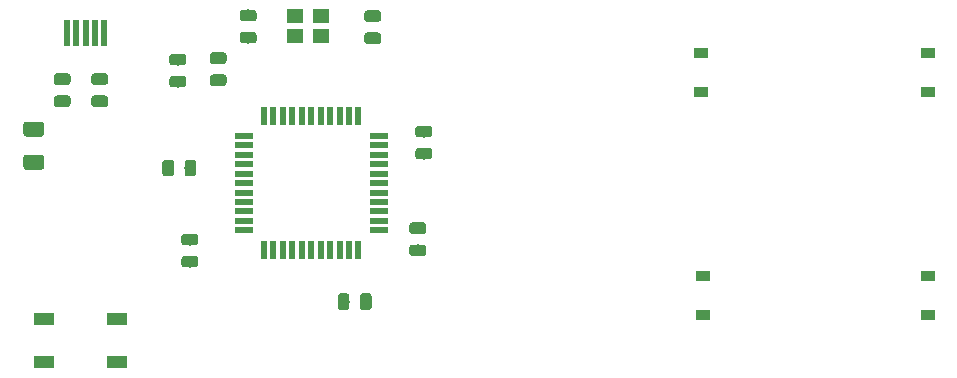
<source format=gbr>
G04 #@! TF.GenerationSoftware,KiCad,Pcbnew,(5.1.4)-1*
G04 #@! TF.CreationDate,2021-05-04T15:53:45+02:00*
G04 #@! TF.ProjectId,techo,74656368-6f2e-46b6-9963-61645f706362,rev?*
G04 #@! TF.SameCoordinates,Original*
G04 #@! TF.FileFunction,Paste,Bot*
G04 #@! TF.FilePolarity,Positive*
%FSLAX46Y46*%
G04 Gerber Fmt 4.6, Leading zero omitted, Abs format (unit mm)*
G04 Created by KiCad (PCBNEW (5.1.4)-1) date 2021-05-04 15:53:45*
%MOMM*%
%LPD*%
G04 APERTURE LIST*
%ADD10R,0.500000X2.250000*%
%ADD11C,0.100000*%
%ADD12C,0.975000*%
%ADD13R,1.400000X1.200000*%
%ADD14R,0.550000X1.500000*%
%ADD15R,1.500000X0.550000*%
%ADD16R,1.800000X1.100000*%
%ADD17C,1.250000*%
%ADD18R,1.200000X0.900000*%
G04 APERTURE END LIST*
D10*
X61330000Y-38060000D03*
X62130000Y-38060000D03*
X62930000Y-38060000D03*
X63730000Y-38060000D03*
X64530000Y-38060000D03*
D11*
G36*
X70196142Y-48831174D02*
G01*
X70219803Y-48834684D01*
X70243007Y-48840496D01*
X70265529Y-48848554D01*
X70287153Y-48858782D01*
X70307670Y-48871079D01*
X70326883Y-48885329D01*
X70344607Y-48901393D01*
X70360671Y-48919117D01*
X70374921Y-48938330D01*
X70387218Y-48958847D01*
X70397446Y-48980471D01*
X70405504Y-49002993D01*
X70411316Y-49026197D01*
X70414826Y-49049858D01*
X70416000Y-49073750D01*
X70416000Y-49986250D01*
X70414826Y-50010142D01*
X70411316Y-50033803D01*
X70405504Y-50057007D01*
X70397446Y-50079529D01*
X70387218Y-50101153D01*
X70374921Y-50121670D01*
X70360671Y-50140883D01*
X70344607Y-50158607D01*
X70326883Y-50174671D01*
X70307670Y-50188921D01*
X70287153Y-50201218D01*
X70265529Y-50211446D01*
X70243007Y-50219504D01*
X70219803Y-50225316D01*
X70196142Y-50228826D01*
X70172250Y-50230000D01*
X69684750Y-50230000D01*
X69660858Y-50228826D01*
X69637197Y-50225316D01*
X69613993Y-50219504D01*
X69591471Y-50211446D01*
X69569847Y-50201218D01*
X69549330Y-50188921D01*
X69530117Y-50174671D01*
X69512393Y-50158607D01*
X69496329Y-50140883D01*
X69482079Y-50121670D01*
X69469782Y-50101153D01*
X69459554Y-50079529D01*
X69451496Y-50057007D01*
X69445684Y-50033803D01*
X69442174Y-50010142D01*
X69441000Y-49986250D01*
X69441000Y-49073750D01*
X69442174Y-49049858D01*
X69445684Y-49026197D01*
X69451496Y-49002993D01*
X69459554Y-48980471D01*
X69469782Y-48958847D01*
X69482079Y-48938330D01*
X69496329Y-48919117D01*
X69512393Y-48901393D01*
X69530117Y-48885329D01*
X69549330Y-48871079D01*
X69569847Y-48858782D01*
X69591471Y-48848554D01*
X69613993Y-48840496D01*
X69637197Y-48834684D01*
X69660858Y-48831174D01*
X69684750Y-48830000D01*
X70172250Y-48830000D01*
X70196142Y-48831174D01*
X70196142Y-48831174D01*
G37*
D12*
X69928500Y-49530000D03*
D11*
G36*
X72071142Y-48831174D02*
G01*
X72094803Y-48834684D01*
X72118007Y-48840496D01*
X72140529Y-48848554D01*
X72162153Y-48858782D01*
X72182670Y-48871079D01*
X72201883Y-48885329D01*
X72219607Y-48901393D01*
X72235671Y-48919117D01*
X72249921Y-48938330D01*
X72262218Y-48958847D01*
X72272446Y-48980471D01*
X72280504Y-49002993D01*
X72286316Y-49026197D01*
X72289826Y-49049858D01*
X72291000Y-49073750D01*
X72291000Y-49986250D01*
X72289826Y-50010142D01*
X72286316Y-50033803D01*
X72280504Y-50057007D01*
X72272446Y-50079529D01*
X72262218Y-50101153D01*
X72249921Y-50121670D01*
X72235671Y-50140883D01*
X72219607Y-50158607D01*
X72201883Y-50174671D01*
X72182670Y-50188921D01*
X72162153Y-50201218D01*
X72140529Y-50211446D01*
X72118007Y-50219504D01*
X72094803Y-50225316D01*
X72071142Y-50228826D01*
X72047250Y-50230000D01*
X71559750Y-50230000D01*
X71535858Y-50228826D01*
X71512197Y-50225316D01*
X71488993Y-50219504D01*
X71466471Y-50211446D01*
X71444847Y-50201218D01*
X71424330Y-50188921D01*
X71405117Y-50174671D01*
X71387393Y-50158607D01*
X71371329Y-50140883D01*
X71357079Y-50121670D01*
X71344782Y-50101153D01*
X71334554Y-50079529D01*
X71326496Y-50057007D01*
X71320684Y-50033803D01*
X71317174Y-50010142D01*
X71316000Y-49986250D01*
X71316000Y-49073750D01*
X71317174Y-49049858D01*
X71320684Y-49026197D01*
X71326496Y-49002993D01*
X71334554Y-48980471D01*
X71344782Y-48958847D01*
X71357079Y-48938330D01*
X71371329Y-48919117D01*
X71387393Y-48901393D01*
X71405117Y-48885329D01*
X71424330Y-48871079D01*
X71444847Y-48858782D01*
X71466471Y-48848554D01*
X71488993Y-48840496D01*
X71512197Y-48834684D01*
X71535858Y-48831174D01*
X71559750Y-48830000D01*
X72047250Y-48830000D01*
X72071142Y-48831174D01*
X72071142Y-48831174D01*
G37*
D12*
X71803500Y-49530000D03*
D13*
X82888000Y-36615000D03*
X80688000Y-36615000D03*
X80688000Y-38315000D03*
X82888000Y-38315000D03*
D14*
X78042000Y-56500000D03*
X78842000Y-56500000D03*
X79642000Y-56500000D03*
X80442000Y-56500000D03*
X81242000Y-56500000D03*
X82042000Y-56500000D03*
X82842000Y-56500000D03*
X83642000Y-56500000D03*
X84442000Y-56500000D03*
X85242000Y-56500000D03*
X86042000Y-56500000D03*
D15*
X87742000Y-54800000D03*
X87742000Y-54000000D03*
X87742000Y-53200000D03*
X87742000Y-52400000D03*
X87742000Y-51600000D03*
X87742000Y-50800000D03*
X87742000Y-50000000D03*
X87742000Y-49200000D03*
X87742000Y-48400000D03*
X87742000Y-47600000D03*
X87742000Y-46800000D03*
D14*
X86042000Y-45100000D03*
X85242000Y-45100000D03*
X84442000Y-45100000D03*
X83642000Y-45100000D03*
X82842000Y-45100000D03*
X82042000Y-45100000D03*
X81242000Y-45100000D03*
X80442000Y-45100000D03*
X79642000Y-45100000D03*
X78842000Y-45100000D03*
X78042000Y-45100000D03*
D15*
X76342000Y-46800000D03*
X76342000Y-47600000D03*
X76342000Y-48400000D03*
X76342000Y-49200000D03*
X76342000Y-50000000D03*
X76342000Y-50800000D03*
X76342000Y-51600000D03*
X76342000Y-52400000D03*
X76342000Y-53200000D03*
X76342000Y-54000000D03*
X76342000Y-54800000D03*
D16*
X65584000Y-65985000D03*
X59384000Y-62285000D03*
X65584000Y-62285000D03*
X59384000Y-65985000D03*
D11*
G36*
X91539142Y-54123674D02*
G01*
X91562803Y-54127184D01*
X91586007Y-54132996D01*
X91608529Y-54141054D01*
X91630153Y-54151282D01*
X91650670Y-54163579D01*
X91669883Y-54177829D01*
X91687607Y-54193893D01*
X91703671Y-54211617D01*
X91717921Y-54230830D01*
X91730218Y-54251347D01*
X91740446Y-54272971D01*
X91748504Y-54295493D01*
X91754316Y-54318697D01*
X91757826Y-54342358D01*
X91759000Y-54366250D01*
X91759000Y-54853750D01*
X91757826Y-54877642D01*
X91754316Y-54901303D01*
X91748504Y-54924507D01*
X91740446Y-54947029D01*
X91730218Y-54968653D01*
X91717921Y-54989170D01*
X91703671Y-55008383D01*
X91687607Y-55026107D01*
X91669883Y-55042171D01*
X91650670Y-55056421D01*
X91630153Y-55068718D01*
X91608529Y-55078946D01*
X91586007Y-55087004D01*
X91562803Y-55092816D01*
X91539142Y-55096326D01*
X91515250Y-55097500D01*
X90602750Y-55097500D01*
X90578858Y-55096326D01*
X90555197Y-55092816D01*
X90531993Y-55087004D01*
X90509471Y-55078946D01*
X90487847Y-55068718D01*
X90467330Y-55056421D01*
X90448117Y-55042171D01*
X90430393Y-55026107D01*
X90414329Y-55008383D01*
X90400079Y-54989170D01*
X90387782Y-54968653D01*
X90377554Y-54947029D01*
X90369496Y-54924507D01*
X90363684Y-54901303D01*
X90360174Y-54877642D01*
X90359000Y-54853750D01*
X90359000Y-54366250D01*
X90360174Y-54342358D01*
X90363684Y-54318697D01*
X90369496Y-54295493D01*
X90377554Y-54272971D01*
X90387782Y-54251347D01*
X90400079Y-54230830D01*
X90414329Y-54211617D01*
X90430393Y-54193893D01*
X90448117Y-54177829D01*
X90467330Y-54163579D01*
X90487847Y-54151282D01*
X90509471Y-54141054D01*
X90531993Y-54132996D01*
X90555197Y-54127184D01*
X90578858Y-54123674D01*
X90602750Y-54122500D01*
X91515250Y-54122500D01*
X91539142Y-54123674D01*
X91539142Y-54123674D01*
G37*
D12*
X91059000Y-54610000D03*
D11*
G36*
X91539142Y-55998674D02*
G01*
X91562803Y-56002184D01*
X91586007Y-56007996D01*
X91608529Y-56016054D01*
X91630153Y-56026282D01*
X91650670Y-56038579D01*
X91669883Y-56052829D01*
X91687607Y-56068893D01*
X91703671Y-56086617D01*
X91717921Y-56105830D01*
X91730218Y-56126347D01*
X91740446Y-56147971D01*
X91748504Y-56170493D01*
X91754316Y-56193697D01*
X91757826Y-56217358D01*
X91759000Y-56241250D01*
X91759000Y-56728750D01*
X91757826Y-56752642D01*
X91754316Y-56776303D01*
X91748504Y-56799507D01*
X91740446Y-56822029D01*
X91730218Y-56843653D01*
X91717921Y-56864170D01*
X91703671Y-56883383D01*
X91687607Y-56901107D01*
X91669883Y-56917171D01*
X91650670Y-56931421D01*
X91630153Y-56943718D01*
X91608529Y-56953946D01*
X91586007Y-56962004D01*
X91562803Y-56967816D01*
X91539142Y-56971326D01*
X91515250Y-56972500D01*
X90602750Y-56972500D01*
X90578858Y-56971326D01*
X90555197Y-56967816D01*
X90531993Y-56962004D01*
X90509471Y-56953946D01*
X90487847Y-56943718D01*
X90467330Y-56931421D01*
X90448117Y-56917171D01*
X90430393Y-56901107D01*
X90414329Y-56883383D01*
X90400079Y-56864170D01*
X90387782Y-56843653D01*
X90377554Y-56822029D01*
X90369496Y-56799507D01*
X90363684Y-56776303D01*
X90360174Y-56752642D01*
X90359000Y-56728750D01*
X90359000Y-56241250D01*
X90360174Y-56217358D01*
X90363684Y-56193697D01*
X90369496Y-56170493D01*
X90377554Y-56147971D01*
X90387782Y-56126347D01*
X90400079Y-56105830D01*
X90414329Y-56086617D01*
X90430393Y-56068893D01*
X90448117Y-56052829D01*
X90467330Y-56038579D01*
X90487847Y-56026282D01*
X90509471Y-56016054D01*
X90531993Y-56007996D01*
X90555197Y-56002184D01*
X90578858Y-55998674D01*
X90602750Y-55997500D01*
X91515250Y-55997500D01*
X91539142Y-55998674D01*
X91539142Y-55998674D01*
G37*
D12*
X91059000Y-56485000D03*
D11*
G36*
X61440142Y-41502174D02*
G01*
X61463803Y-41505684D01*
X61487007Y-41511496D01*
X61509529Y-41519554D01*
X61531153Y-41529782D01*
X61551670Y-41542079D01*
X61570883Y-41556329D01*
X61588607Y-41572393D01*
X61604671Y-41590117D01*
X61618921Y-41609330D01*
X61631218Y-41629847D01*
X61641446Y-41651471D01*
X61649504Y-41673993D01*
X61655316Y-41697197D01*
X61658826Y-41720858D01*
X61660000Y-41744750D01*
X61660000Y-42232250D01*
X61658826Y-42256142D01*
X61655316Y-42279803D01*
X61649504Y-42303007D01*
X61641446Y-42325529D01*
X61631218Y-42347153D01*
X61618921Y-42367670D01*
X61604671Y-42386883D01*
X61588607Y-42404607D01*
X61570883Y-42420671D01*
X61551670Y-42434921D01*
X61531153Y-42447218D01*
X61509529Y-42457446D01*
X61487007Y-42465504D01*
X61463803Y-42471316D01*
X61440142Y-42474826D01*
X61416250Y-42476000D01*
X60503750Y-42476000D01*
X60479858Y-42474826D01*
X60456197Y-42471316D01*
X60432993Y-42465504D01*
X60410471Y-42457446D01*
X60388847Y-42447218D01*
X60368330Y-42434921D01*
X60349117Y-42420671D01*
X60331393Y-42404607D01*
X60315329Y-42386883D01*
X60301079Y-42367670D01*
X60288782Y-42347153D01*
X60278554Y-42325529D01*
X60270496Y-42303007D01*
X60264684Y-42279803D01*
X60261174Y-42256142D01*
X60260000Y-42232250D01*
X60260000Y-41744750D01*
X60261174Y-41720858D01*
X60264684Y-41697197D01*
X60270496Y-41673993D01*
X60278554Y-41651471D01*
X60288782Y-41629847D01*
X60301079Y-41609330D01*
X60315329Y-41590117D01*
X60331393Y-41572393D01*
X60349117Y-41556329D01*
X60368330Y-41542079D01*
X60388847Y-41529782D01*
X60410471Y-41519554D01*
X60432993Y-41511496D01*
X60456197Y-41505684D01*
X60479858Y-41502174D01*
X60503750Y-41501000D01*
X61416250Y-41501000D01*
X61440142Y-41502174D01*
X61440142Y-41502174D01*
G37*
D12*
X60960000Y-41988500D03*
D11*
G36*
X61440142Y-43377174D02*
G01*
X61463803Y-43380684D01*
X61487007Y-43386496D01*
X61509529Y-43394554D01*
X61531153Y-43404782D01*
X61551670Y-43417079D01*
X61570883Y-43431329D01*
X61588607Y-43447393D01*
X61604671Y-43465117D01*
X61618921Y-43484330D01*
X61631218Y-43504847D01*
X61641446Y-43526471D01*
X61649504Y-43548993D01*
X61655316Y-43572197D01*
X61658826Y-43595858D01*
X61660000Y-43619750D01*
X61660000Y-44107250D01*
X61658826Y-44131142D01*
X61655316Y-44154803D01*
X61649504Y-44178007D01*
X61641446Y-44200529D01*
X61631218Y-44222153D01*
X61618921Y-44242670D01*
X61604671Y-44261883D01*
X61588607Y-44279607D01*
X61570883Y-44295671D01*
X61551670Y-44309921D01*
X61531153Y-44322218D01*
X61509529Y-44332446D01*
X61487007Y-44340504D01*
X61463803Y-44346316D01*
X61440142Y-44349826D01*
X61416250Y-44351000D01*
X60503750Y-44351000D01*
X60479858Y-44349826D01*
X60456197Y-44346316D01*
X60432993Y-44340504D01*
X60410471Y-44332446D01*
X60388847Y-44322218D01*
X60368330Y-44309921D01*
X60349117Y-44295671D01*
X60331393Y-44279607D01*
X60315329Y-44261883D01*
X60301079Y-44242670D01*
X60288782Y-44222153D01*
X60278554Y-44200529D01*
X60270496Y-44178007D01*
X60264684Y-44154803D01*
X60261174Y-44131142D01*
X60260000Y-44107250D01*
X60260000Y-43619750D01*
X60261174Y-43595858D01*
X60264684Y-43572197D01*
X60270496Y-43548993D01*
X60278554Y-43526471D01*
X60288782Y-43504847D01*
X60301079Y-43484330D01*
X60315329Y-43465117D01*
X60331393Y-43447393D01*
X60349117Y-43431329D01*
X60368330Y-43417079D01*
X60388847Y-43404782D01*
X60410471Y-43394554D01*
X60432993Y-43386496D01*
X60456197Y-43380684D01*
X60479858Y-43377174D01*
X60503750Y-43376000D01*
X61416250Y-43376000D01*
X61440142Y-43377174D01*
X61440142Y-43377174D01*
G37*
D12*
X60960000Y-43863500D03*
D11*
G36*
X64615142Y-41502174D02*
G01*
X64638803Y-41505684D01*
X64662007Y-41511496D01*
X64684529Y-41519554D01*
X64706153Y-41529782D01*
X64726670Y-41542079D01*
X64745883Y-41556329D01*
X64763607Y-41572393D01*
X64779671Y-41590117D01*
X64793921Y-41609330D01*
X64806218Y-41629847D01*
X64816446Y-41651471D01*
X64824504Y-41673993D01*
X64830316Y-41697197D01*
X64833826Y-41720858D01*
X64835000Y-41744750D01*
X64835000Y-42232250D01*
X64833826Y-42256142D01*
X64830316Y-42279803D01*
X64824504Y-42303007D01*
X64816446Y-42325529D01*
X64806218Y-42347153D01*
X64793921Y-42367670D01*
X64779671Y-42386883D01*
X64763607Y-42404607D01*
X64745883Y-42420671D01*
X64726670Y-42434921D01*
X64706153Y-42447218D01*
X64684529Y-42457446D01*
X64662007Y-42465504D01*
X64638803Y-42471316D01*
X64615142Y-42474826D01*
X64591250Y-42476000D01*
X63678750Y-42476000D01*
X63654858Y-42474826D01*
X63631197Y-42471316D01*
X63607993Y-42465504D01*
X63585471Y-42457446D01*
X63563847Y-42447218D01*
X63543330Y-42434921D01*
X63524117Y-42420671D01*
X63506393Y-42404607D01*
X63490329Y-42386883D01*
X63476079Y-42367670D01*
X63463782Y-42347153D01*
X63453554Y-42325529D01*
X63445496Y-42303007D01*
X63439684Y-42279803D01*
X63436174Y-42256142D01*
X63435000Y-42232250D01*
X63435000Y-41744750D01*
X63436174Y-41720858D01*
X63439684Y-41697197D01*
X63445496Y-41673993D01*
X63453554Y-41651471D01*
X63463782Y-41629847D01*
X63476079Y-41609330D01*
X63490329Y-41590117D01*
X63506393Y-41572393D01*
X63524117Y-41556329D01*
X63543330Y-41542079D01*
X63563847Y-41529782D01*
X63585471Y-41519554D01*
X63607993Y-41511496D01*
X63631197Y-41505684D01*
X63654858Y-41502174D01*
X63678750Y-41501000D01*
X64591250Y-41501000D01*
X64615142Y-41502174D01*
X64615142Y-41502174D01*
G37*
D12*
X64135000Y-41988500D03*
D11*
G36*
X64615142Y-43377174D02*
G01*
X64638803Y-43380684D01*
X64662007Y-43386496D01*
X64684529Y-43394554D01*
X64706153Y-43404782D01*
X64726670Y-43417079D01*
X64745883Y-43431329D01*
X64763607Y-43447393D01*
X64779671Y-43465117D01*
X64793921Y-43484330D01*
X64806218Y-43504847D01*
X64816446Y-43526471D01*
X64824504Y-43548993D01*
X64830316Y-43572197D01*
X64833826Y-43595858D01*
X64835000Y-43619750D01*
X64835000Y-44107250D01*
X64833826Y-44131142D01*
X64830316Y-44154803D01*
X64824504Y-44178007D01*
X64816446Y-44200529D01*
X64806218Y-44222153D01*
X64793921Y-44242670D01*
X64779671Y-44261883D01*
X64763607Y-44279607D01*
X64745883Y-44295671D01*
X64726670Y-44309921D01*
X64706153Y-44322218D01*
X64684529Y-44332446D01*
X64662007Y-44340504D01*
X64638803Y-44346316D01*
X64615142Y-44349826D01*
X64591250Y-44351000D01*
X63678750Y-44351000D01*
X63654858Y-44349826D01*
X63631197Y-44346316D01*
X63607993Y-44340504D01*
X63585471Y-44332446D01*
X63563847Y-44322218D01*
X63543330Y-44309921D01*
X63524117Y-44295671D01*
X63506393Y-44279607D01*
X63490329Y-44261883D01*
X63476079Y-44242670D01*
X63463782Y-44222153D01*
X63453554Y-44200529D01*
X63445496Y-44178007D01*
X63439684Y-44154803D01*
X63436174Y-44131142D01*
X63435000Y-44107250D01*
X63435000Y-43619750D01*
X63436174Y-43595858D01*
X63439684Y-43572197D01*
X63445496Y-43548993D01*
X63453554Y-43526471D01*
X63463782Y-43504847D01*
X63476079Y-43484330D01*
X63490329Y-43465117D01*
X63506393Y-43447393D01*
X63524117Y-43431329D01*
X63543330Y-43417079D01*
X63563847Y-43404782D01*
X63585471Y-43394554D01*
X63607993Y-43386496D01*
X63631197Y-43380684D01*
X63654858Y-43377174D01*
X63678750Y-43376000D01*
X64591250Y-43376000D01*
X64615142Y-43377174D01*
X64615142Y-43377174D01*
G37*
D12*
X64135000Y-43863500D03*
D11*
G36*
X71219142Y-39851174D02*
G01*
X71242803Y-39854684D01*
X71266007Y-39860496D01*
X71288529Y-39868554D01*
X71310153Y-39878782D01*
X71330670Y-39891079D01*
X71349883Y-39905329D01*
X71367607Y-39921393D01*
X71383671Y-39939117D01*
X71397921Y-39958330D01*
X71410218Y-39978847D01*
X71420446Y-40000471D01*
X71428504Y-40022993D01*
X71434316Y-40046197D01*
X71437826Y-40069858D01*
X71439000Y-40093750D01*
X71439000Y-40581250D01*
X71437826Y-40605142D01*
X71434316Y-40628803D01*
X71428504Y-40652007D01*
X71420446Y-40674529D01*
X71410218Y-40696153D01*
X71397921Y-40716670D01*
X71383671Y-40735883D01*
X71367607Y-40753607D01*
X71349883Y-40769671D01*
X71330670Y-40783921D01*
X71310153Y-40796218D01*
X71288529Y-40806446D01*
X71266007Y-40814504D01*
X71242803Y-40820316D01*
X71219142Y-40823826D01*
X71195250Y-40825000D01*
X70282750Y-40825000D01*
X70258858Y-40823826D01*
X70235197Y-40820316D01*
X70211993Y-40814504D01*
X70189471Y-40806446D01*
X70167847Y-40796218D01*
X70147330Y-40783921D01*
X70128117Y-40769671D01*
X70110393Y-40753607D01*
X70094329Y-40735883D01*
X70080079Y-40716670D01*
X70067782Y-40696153D01*
X70057554Y-40674529D01*
X70049496Y-40652007D01*
X70043684Y-40628803D01*
X70040174Y-40605142D01*
X70039000Y-40581250D01*
X70039000Y-40093750D01*
X70040174Y-40069858D01*
X70043684Y-40046197D01*
X70049496Y-40022993D01*
X70057554Y-40000471D01*
X70067782Y-39978847D01*
X70080079Y-39958330D01*
X70094329Y-39939117D01*
X70110393Y-39921393D01*
X70128117Y-39905329D01*
X70147330Y-39891079D01*
X70167847Y-39878782D01*
X70189471Y-39868554D01*
X70211993Y-39860496D01*
X70235197Y-39854684D01*
X70258858Y-39851174D01*
X70282750Y-39850000D01*
X71195250Y-39850000D01*
X71219142Y-39851174D01*
X71219142Y-39851174D01*
G37*
D12*
X70739000Y-40337500D03*
D11*
G36*
X71219142Y-41726174D02*
G01*
X71242803Y-41729684D01*
X71266007Y-41735496D01*
X71288529Y-41743554D01*
X71310153Y-41753782D01*
X71330670Y-41766079D01*
X71349883Y-41780329D01*
X71367607Y-41796393D01*
X71383671Y-41814117D01*
X71397921Y-41833330D01*
X71410218Y-41853847D01*
X71420446Y-41875471D01*
X71428504Y-41897993D01*
X71434316Y-41921197D01*
X71437826Y-41944858D01*
X71439000Y-41968750D01*
X71439000Y-42456250D01*
X71437826Y-42480142D01*
X71434316Y-42503803D01*
X71428504Y-42527007D01*
X71420446Y-42549529D01*
X71410218Y-42571153D01*
X71397921Y-42591670D01*
X71383671Y-42610883D01*
X71367607Y-42628607D01*
X71349883Y-42644671D01*
X71330670Y-42658921D01*
X71310153Y-42671218D01*
X71288529Y-42681446D01*
X71266007Y-42689504D01*
X71242803Y-42695316D01*
X71219142Y-42698826D01*
X71195250Y-42700000D01*
X70282750Y-42700000D01*
X70258858Y-42698826D01*
X70235197Y-42695316D01*
X70211993Y-42689504D01*
X70189471Y-42681446D01*
X70167847Y-42671218D01*
X70147330Y-42658921D01*
X70128117Y-42644671D01*
X70110393Y-42628607D01*
X70094329Y-42610883D01*
X70080079Y-42591670D01*
X70067782Y-42571153D01*
X70057554Y-42549529D01*
X70049496Y-42527007D01*
X70043684Y-42503803D01*
X70040174Y-42480142D01*
X70039000Y-42456250D01*
X70039000Y-41968750D01*
X70040174Y-41944858D01*
X70043684Y-41921197D01*
X70049496Y-41897993D01*
X70057554Y-41875471D01*
X70067782Y-41853847D01*
X70080079Y-41833330D01*
X70094329Y-41814117D01*
X70110393Y-41796393D01*
X70128117Y-41780329D01*
X70147330Y-41766079D01*
X70167847Y-41753782D01*
X70189471Y-41743554D01*
X70211993Y-41735496D01*
X70235197Y-41729684D01*
X70258858Y-41726174D01*
X70282750Y-41725000D01*
X71195250Y-41725000D01*
X71219142Y-41726174D01*
X71219142Y-41726174D01*
G37*
D12*
X70739000Y-42212500D03*
D11*
G36*
X59196504Y-45604204D02*
G01*
X59220773Y-45607804D01*
X59244571Y-45613765D01*
X59267671Y-45622030D01*
X59289849Y-45632520D01*
X59310893Y-45645133D01*
X59330598Y-45659747D01*
X59348777Y-45676223D01*
X59365253Y-45694402D01*
X59379867Y-45714107D01*
X59392480Y-45735151D01*
X59402970Y-45757329D01*
X59411235Y-45780429D01*
X59417196Y-45804227D01*
X59420796Y-45828496D01*
X59422000Y-45853000D01*
X59422000Y-46603000D01*
X59420796Y-46627504D01*
X59417196Y-46651773D01*
X59411235Y-46675571D01*
X59402970Y-46698671D01*
X59392480Y-46720849D01*
X59379867Y-46741893D01*
X59365253Y-46761598D01*
X59348777Y-46779777D01*
X59330598Y-46796253D01*
X59310893Y-46810867D01*
X59289849Y-46823480D01*
X59267671Y-46833970D01*
X59244571Y-46842235D01*
X59220773Y-46848196D01*
X59196504Y-46851796D01*
X59172000Y-46853000D01*
X57922000Y-46853000D01*
X57897496Y-46851796D01*
X57873227Y-46848196D01*
X57849429Y-46842235D01*
X57826329Y-46833970D01*
X57804151Y-46823480D01*
X57783107Y-46810867D01*
X57763402Y-46796253D01*
X57745223Y-46779777D01*
X57728747Y-46761598D01*
X57714133Y-46741893D01*
X57701520Y-46720849D01*
X57691030Y-46698671D01*
X57682765Y-46675571D01*
X57676804Y-46651773D01*
X57673204Y-46627504D01*
X57672000Y-46603000D01*
X57672000Y-45853000D01*
X57673204Y-45828496D01*
X57676804Y-45804227D01*
X57682765Y-45780429D01*
X57691030Y-45757329D01*
X57701520Y-45735151D01*
X57714133Y-45714107D01*
X57728747Y-45694402D01*
X57745223Y-45676223D01*
X57763402Y-45659747D01*
X57783107Y-45645133D01*
X57804151Y-45632520D01*
X57826329Y-45622030D01*
X57849429Y-45613765D01*
X57873227Y-45607804D01*
X57897496Y-45604204D01*
X57922000Y-45603000D01*
X59172000Y-45603000D01*
X59196504Y-45604204D01*
X59196504Y-45604204D01*
G37*
D17*
X58547000Y-46228000D03*
D11*
G36*
X59196504Y-48404204D02*
G01*
X59220773Y-48407804D01*
X59244571Y-48413765D01*
X59267671Y-48422030D01*
X59289849Y-48432520D01*
X59310893Y-48445133D01*
X59330598Y-48459747D01*
X59348777Y-48476223D01*
X59365253Y-48494402D01*
X59379867Y-48514107D01*
X59392480Y-48535151D01*
X59402970Y-48557329D01*
X59411235Y-48580429D01*
X59417196Y-48604227D01*
X59420796Y-48628496D01*
X59422000Y-48653000D01*
X59422000Y-49403000D01*
X59420796Y-49427504D01*
X59417196Y-49451773D01*
X59411235Y-49475571D01*
X59402970Y-49498671D01*
X59392480Y-49520849D01*
X59379867Y-49541893D01*
X59365253Y-49561598D01*
X59348777Y-49579777D01*
X59330598Y-49596253D01*
X59310893Y-49610867D01*
X59289849Y-49623480D01*
X59267671Y-49633970D01*
X59244571Y-49642235D01*
X59220773Y-49648196D01*
X59196504Y-49651796D01*
X59172000Y-49653000D01*
X57922000Y-49653000D01*
X57897496Y-49651796D01*
X57873227Y-49648196D01*
X57849429Y-49642235D01*
X57826329Y-49633970D01*
X57804151Y-49623480D01*
X57783107Y-49610867D01*
X57763402Y-49596253D01*
X57745223Y-49579777D01*
X57728747Y-49561598D01*
X57714133Y-49541893D01*
X57701520Y-49520849D01*
X57691030Y-49498671D01*
X57682765Y-49475571D01*
X57676804Y-49451773D01*
X57673204Y-49427504D01*
X57672000Y-49403000D01*
X57672000Y-48653000D01*
X57673204Y-48628496D01*
X57676804Y-48604227D01*
X57682765Y-48580429D01*
X57691030Y-48557329D01*
X57701520Y-48535151D01*
X57714133Y-48514107D01*
X57728747Y-48494402D01*
X57745223Y-48476223D01*
X57763402Y-48459747D01*
X57783107Y-48445133D01*
X57804151Y-48432520D01*
X57826329Y-48422030D01*
X57849429Y-48413765D01*
X57873227Y-48407804D01*
X57897496Y-48404204D01*
X57922000Y-48403000D01*
X59172000Y-48403000D01*
X59196504Y-48404204D01*
X59196504Y-48404204D01*
G37*
D17*
X58547000Y-49028000D03*
D18*
X134239000Y-58675000D03*
X134239000Y-61975000D03*
X115189000Y-58675000D03*
X115189000Y-61975000D03*
X134239000Y-39752000D03*
X134239000Y-43052000D03*
X115062000Y-39752000D03*
X115062000Y-43052000D03*
D11*
G36*
X72235142Y-56966174D02*
G01*
X72258803Y-56969684D01*
X72282007Y-56975496D01*
X72304529Y-56983554D01*
X72326153Y-56993782D01*
X72346670Y-57006079D01*
X72365883Y-57020329D01*
X72383607Y-57036393D01*
X72399671Y-57054117D01*
X72413921Y-57073330D01*
X72426218Y-57093847D01*
X72436446Y-57115471D01*
X72444504Y-57137993D01*
X72450316Y-57161197D01*
X72453826Y-57184858D01*
X72455000Y-57208750D01*
X72455000Y-57696250D01*
X72453826Y-57720142D01*
X72450316Y-57743803D01*
X72444504Y-57767007D01*
X72436446Y-57789529D01*
X72426218Y-57811153D01*
X72413921Y-57831670D01*
X72399671Y-57850883D01*
X72383607Y-57868607D01*
X72365883Y-57884671D01*
X72346670Y-57898921D01*
X72326153Y-57911218D01*
X72304529Y-57921446D01*
X72282007Y-57929504D01*
X72258803Y-57935316D01*
X72235142Y-57938826D01*
X72211250Y-57940000D01*
X71298750Y-57940000D01*
X71274858Y-57938826D01*
X71251197Y-57935316D01*
X71227993Y-57929504D01*
X71205471Y-57921446D01*
X71183847Y-57911218D01*
X71163330Y-57898921D01*
X71144117Y-57884671D01*
X71126393Y-57868607D01*
X71110329Y-57850883D01*
X71096079Y-57831670D01*
X71083782Y-57811153D01*
X71073554Y-57789529D01*
X71065496Y-57767007D01*
X71059684Y-57743803D01*
X71056174Y-57720142D01*
X71055000Y-57696250D01*
X71055000Y-57208750D01*
X71056174Y-57184858D01*
X71059684Y-57161197D01*
X71065496Y-57137993D01*
X71073554Y-57115471D01*
X71083782Y-57093847D01*
X71096079Y-57073330D01*
X71110329Y-57054117D01*
X71126393Y-57036393D01*
X71144117Y-57020329D01*
X71163330Y-57006079D01*
X71183847Y-56993782D01*
X71205471Y-56983554D01*
X71227993Y-56975496D01*
X71251197Y-56969684D01*
X71274858Y-56966174D01*
X71298750Y-56965000D01*
X72211250Y-56965000D01*
X72235142Y-56966174D01*
X72235142Y-56966174D01*
G37*
D12*
X71755000Y-57452500D03*
D11*
G36*
X72235142Y-55091174D02*
G01*
X72258803Y-55094684D01*
X72282007Y-55100496D01*
X72304529Y-55108554D01*
X72326153Y-55118782D01*
X72346670Y-55131079D01*
X72365883Y-55145329D01*
X72383607Y-55161393D01*
X72399671Y-55179117D01*
X72413921Y-55198330D01*
X72426218Y-55218847D01*
X72436446Y-55240471D01*
X72444504Y-55262993D01*
X72450316Y-55286197D01*
X72453826Y-55309858D01*
X72455000Y-55333750D01*
X72455000Y-55821250D01*
X72453826Y-55845142D01*
X72450316Y-55868803D01*
X72444504Y-55892007D01*
X72436446Y-55914529D01*
X72426218Y-55936153D01*
X72413921Y-55956670D01*
X72399671Y-55975883D01*
X72383607Y-55993607D01*
X72365883Y-56009671D01*
X72346670Y-56023921D01*
X72326153Y-56036218D01*
X72304529Y-56046446D01*
X72282007Y-56054504D01*
X72258803Y-56060316D01*
X72235142Y-56063826D01*
X72211250Y-56065000D01*
X71298750Y-56065000D01*
X71274858Y-56063826D01*
X71251197Y-56060316D01*
X71227993Y-56054504D01*
X71205471Y-56046446D01*
X71183847Y-56036218D01*
X71163330Y-56023921D01*
X71144117Y-56009671D01*
X71126393Y-55993607D01*
X71110329Y-55975883D01*
X71096079Y-55956670D01*
X71083782Y-55936153D01*
X71073554Y-55914529D01*
X71065496Y-55892007D01*
X71059684Y-55868803D01*
X71056174Y-55845142D01*
X71055000Y-55821250D01*
X71055000Y-55333750D01*
X71056174Y-55309858D01*
X71059684Y-55286197D01*
X71065496Y-55262993D01*
X71073554Y-55240471D01*
X71083782Y-55218847D01*
X71096079Y-55198330D01*
X71110329Y-55179117D01*
X71126393Y-55161393D01*
X71144117Y-55145329D01*
X71163330Y-55131079D01*
X71183847Y-55118782D01*
X71205471Y-55108554D01*
X71227993Y-55100496D01*
X71251197Y-55094684D01*
X71274858Y-55091174D01*
X71298750Y-55090000D01*
X72211250Y-55090000D01*
X72235142Y-55091174D01*
X72235142Y-55091174D01*
G37*
D12*
X71755000Y-55577500D03*
D11*
G36*
X85055142Y-60134174D02*
G01*
X85078803Y-60137684D01*
X85102007Y-60143496D01*
X85124529Y-60151554D01*
X85146153Y-60161782D01*
X85166670Y-60174079D01*
X85185883Y-60188329D01*
X85203607Y-60204393D01*
X85219671Y-60222117D01*
X85233921Y-60241330D01*
X85246218Y-60261847D01*
X85256446Y-60283471D01*
X85264504Y-60305993D01*
X85270316Y-60329197D01*
X85273826Y-60352858D01*
X85275000Y-60376750D01*
X85275000Y-61289250D01*
X85273826Y-61313142D01*
X85270316Y-61336803D01*
X85264504Y-61360007D01*
X85256446Y-61382529D01*
X85246218Y-61404153D01*
X85233921Y-61424670D01*
X85219671Y-61443883D01*
X85203607Y-61461607D01*
X85185883Y-61477671D01*
X85166670Y-61491921D01*
X85146153Y-61504218D01*
X85124529Y-61514446D01*
X85102007Y-61522504D01*
X85078803Y-61528316D01*
X85055142Y-61531826D01*
X85031250Y-61533000D01*
X84543750Y-61533000D01*
X84519858Y-61531826D01*
X84496197Y-61528316D01*
X84472993Y-61522504D01*
X84450471Y-61514446D01*
X84428847Y-61504218D01*
X84408330Y-61491921D01*
X84389117Y-61477671D01*
X84371393Y-61461607D01*
X84355329Y-61443883D01*
X84341079Y-61424670D01*
X84328782Y-61404153D01*
X84318554Y-61382529D01*
X84310496Y-61360007D01*
X84304684Y-61336803D01*
X84301174Y-61313142D01*
X84300000Y-61289250D01*
X84300000Y-60376750D01*
X84301174Y-60352858D01*
X84304684Y-60329197D01*
X84310496Y-60305993D01*
X84318554Y-60283471D01*
X84328782Y-60261847D01*
X84341079Y-60241330D01*
X84355329Y-60222117D01*
X84371393Y-60204393D01*
X84389117Y-60188329D01*
X84408330Y-60174079D01*
X84428847Y-60161782D01*
X84450471Y-60151554D01*
X84472993Y-60143496D01*
X84496197Y-60137684D01*
X84519858Y-60134174D01*
X84543750Y-60133000D01*
X85031250Y-60133000D01*
X85055142Y-60134174D01*
X85055142Y-60134174D01*
G37*
D12*
X84787500Y-60833000D03*
D11*
G36*
X86930142Y-60134174D02*
G01*
X86953803Y-60137684D01*
X86977007Y-60143496D01*
X86999529Y-60151554D01*
X87021153Y-60161782D01*
X87041670Y-60174079D01*
X87060883Y-60188329D01*
X87078607Y-60204393D01*
X87094671Y-60222117D01*
X87108921Y-60241330D01*
X87121218Y-60261847D01*
X87131446Y-60283471D01*
X87139504Y-60305993D01*
X87145316Y-60329197D01*
X87148826Y-60352858D01*
X87150000Y-60376750D01*
X87150000Y-61289250D01*
X87148826Y-61313142D01*
X87145316Y-61336803D01*
X87139504Y-61360007D01*
X87131446Y-61382529D01*
X87121218Y-61404153D01*
X87108921Y-61424670D01*
X87094671Y-61443883D01*
X87078607Y-61461607D01*
X87060883Y-61477671D01*
X87041670Y-61491921D01*
X87021153Y-61504218D01*
X86999529Y-61514446D01*
X86977007Y-61522504D01*
X86953803Y-61528316D01*
X86930142Y-61531826D01*
X86906250Y-61533000D01*
X86418750Y-61533000D01*
X86394858Y-61531826D01*
X86371197Y-61528316D01*
X86347993Y-61522504D01*
X86325471Y-61514446D01*
X86303847Y-61504218D01*
X86283330Y-61491921D01*
X86264117Y-61477671D01*
X86246393Y-61461607D01*
X86230329Y-61443883D01*
X86216079Y-61424670D01*
X86203782Y-61404153D01*
X86193554Y-61382529D01*
X86185496Y-61360007D01*
X86179684Y-61336803D01*
X86176174Y-61313142D01*
X86175000Y-61289250D01*
X86175000Y-60376750D01*
X86176174Y-60352858D01*
X86179684Y-60329197D01*
X86185496Y-60305993D01*
X86193554Y-60283471D01*
X86203782Y-60261847D01*
X86216079Y-60241330D01*
X86230329Y-60222117D01*
X86246393Y-60204393D01*
X86264117Y-60188329D01*
X86283330Y-60174079D01*
X86303847Y-60161782D01*
X86325471Y-60151554D01*
X86347993Y-60143496D01*
X86371197Y-60137684D01*
X86394858Y-60134174D01*
X86418750Y-60133000D01*
X86906250Y-60133000D01*
X86930142Y-60134174D01*
X86930142Y-60134174D01*
G37*
D12*
X86662500Y-60833000D03*
D11*
G36*
X92047142Y-45947174D02*
G01*
X92070803Y-45950684D01*
X92094007Y-45956496D01*
X92116529Y-45964554D01*
X92138153Y-45974782D01*
X92158670Y-45987079D01*
X92177883Y-46001329D01*
X92195607Y-46017393D01*
X92211671Y-46035117D01*
X92225921Y-46054330D01*
X92238218Y-46074847D01*
X92248446Y-46096471D01*
X92256504Y-46118993D01*
X92262316Y-46142197D01*
X92265826Y-46165858D01*
X92267000Y-46189750D01*
X92267000Y-46677250D01*
X92265826Y-46701142D01*
X92262316Y-46724803D01*
X92256504Y-46748007D01*
X92248446Y-46770529D01*
X92238218Y-46792153D01*
X92225921Y-46812670D01*
X92211671Y-46831883D01*
X92195607Y-46849607D01*
X92177883Y-46865671D01*
X92158670Y-46879921D01*
X92138153Y-46892218D01*
X92116529Y-46902446D01*
X92094007Y-46910504D01*
X92070803Y-46916316D01*
X92047142Y-46919826D01*
X92023250Y-46921000D01*
X91110750Y-46921000D01*
X91086858Y-46919826D01*
X91063197Y-46916316D01*
X91039993Y-46910504D01*
X91017471Y-46902446D01*
X90995847Y-46892218D01*
X90975330Y-46879921D01*
X90956117Y-46865671D01*
X90938393Y-46849607D01*
X90922329Y-46831883D01*
X90908079Y-46812670D01*
X90895782Y-46792153D01*
X90885554Y-46770529D01*
X90877496Y-46748007D01*
X90871684Y-46724803D01*
X90868174Y-46701142D01*
X90867000Y-46677250D01*
X90867000Y-46189750D01*
X90868174Y-46165858D01*
X90871684Y-46142197D01*
X90877496Y-46118993D01*
X90885554Y-46096471D01*
X90895782Y-46074847D01*
X90908079Y-46054330D01*
X90922329Y-46035117D01*
X90938393Y-46017393D01*
X90956117Y-46001329D01*
X90975330Y-45987079D01*
X90995847Y-45974782D01*
X91017471Y-45964554D01*
X91039993Y-45956496D01*
X91063197Y-45950684D01*
X91086858Y-45947174D01*
X91110750Y-45946000D01*
X92023250Y-45946000D01*
X92047142Y-45947174D01*
X92047142Y-45947174D01*
G37*
D12*
X91567000Y-46433500D03*
D11*
G36*
X92047142Y-47822174D02*
G01*
X92070803Y-47825684D01*
X92094007Y-47831496D01*
X92116529Y-47839554D01*
X92138153Y-47849782D01*
X92158670Y-47862079D01*
X92177883Y-47876329D01*
X92195607Y-47892393D01*
X92211671Y-47910117D01*
X92225921Y-47929330D01*
X92238218Y-47949847D01*
X92248446Y-47971471D01*
X92256504Y-47993993D01*
X92262316Y-48017197D01*
X92265826Y-48040858D01*
X92267000Y-48064750D01*
X92267000Y-48552250D01*
X92265826Y-48576142D01*
X92262316Y-48599803D01*
X92256504Y-48623007D01*
X92248446Y-48645529D01*
X92238218Y-48667153D01*
X92225921Y-48687670D01*
X92211671Y-48706883D01*
X92195607Y-48724607D01*
X92177883Y-48740671D01*
X92158670Y-48754921D01*
X92138153Y-48767218D01*
X92116529Y-48777446D01*
X92094007Y-48785504D01*
X92070803Y-48791316D01*
X92047142Y-48794826D01*
X92023250Y-48796000D01*
X91110750Y-48796000D01*
X91086858Y-48794826D01*
X91063197Y-48791316D01*
X91039993Y-48785504D01*
X91017471Y-48777446D01*
X90995847Y-48767218D01*
X90975330Y-48754921D01*
X90956117Y-48740671D01*
X90938393Y-48724607D01*
X90922329Y-48706883D01*
X90908079Y-48687670D01*
X90895782Y-48667153D01*
X90885554Y-48645529D01*
X90877496Y-48623007D01*
X90871684Y-48599803D01*
X90868174Y-48576142D01*
X90867000Y-48552250D01*
X90867000Y-48064750D01*
X90868174Y-48040858D01*
X90871684Y-48017197D01*
X90877496Y-47993993D01*
X90885554Y-47971471D01*
X90895782Y-47949847D01*
X90908079Y-47929330D01*
X90922329Y-47910117D01*
X90938393Y-47892393D01*
X90956117Y-47876329D01*
X90975330Y-47862079D01*
X90995847Y-47849782D01*
X91017471Y-47839554D01*
X91039993Y-47831496D01*
X91063197Y-47825684D01*
X91086858Y-47822174D01*
X91110750Y-47821000D01*
X92023250Y-47821000D01*
X92047142Y-47822174D01*
X92047142Y-47822174D01*
G37*
D12*
X91567000Y-48308500D03*
D11*
G36*
X74648142Y-39724174D02*
G01*
X74671803Y-39727684D01*
X74695007Y-39733496D01*
X74717529Y-39741554D01*
X74739153Y-39751782D01*
X74759670Y-39764079D01*
X74778883Y-39778329D01*
X74796607Y-39794393D01*
X74812671Y-39812117D01*
X74826921Y-39831330D01*
X74839218Y-39851847D01*
X74849446Y-39873471D01*
X74857504Y-39895993D01*
X74863316Y-39919197D01*
X74866826Y-39942858D01*
X74868000Y-39966750D01*
X74868000Y-40454250D01*
X74866826Y-40478142D01*
X74863316Y-40501803D01*
X74857504Y-40525007D01*
X74849446Y-40547529D01*
X74839218Y-40569153D01*
X74826921Y-40589670D01*
X74812671Y-40608883D01*
X74796607Y-40626607D01*
X74778883Y-40642671D01*
X74759670Y-40656921D01*
X74739153Y-40669218D01*
X74717529Y-40679446D01*
X74695007Y-40687504D01*
X74671803Y-40693316D01*
X74648142Y-40696826D01*
X74624250Y-40698000D01*
X73711750Y-40698000D01*
X73687858Y-40696826D01*
X73664197Y-40693316D01*
X73640993Y-40687504D01*
X73618471Y-40679446D01*
X73596847Y-40669218D01*
X73576330Y-40656921D01*
X73557117Y-40642671D01*
X73539393Y-40626607D01*
X73523329Y-40608883D01*
X73509079Y-40589670D01*
X73496782Y-40569153D01*
X73486554Y-40547529D01*
X73478496Y-40525007D01*
X73472684Y-40501803D01*
X73469174Y-40478142D01*
X73468000Y-40454250D01*
X73468000Y-39966750D01*
X73469174Y-39942858D01*
X73472684Y-39919197D01*
X73478496Y-39895993D01*
X73486554Y-39873471D01*
X73496782Y-39851847D01*
X73509079Y-39831330D01*
X73523329Y-39812117D01*
X73539393Y-39794393D01*
X73557117Y-39778329D01*
X73576330Y-39764079D01*
X73596847Y-39751782D01*
X73618471Y-39741554D01*
X73640993Y-39733496D01*
X73664197Y-39727684D01*
X73687858Y-39724174D01*
X73711750Y-39723000D01*
X74624250Y-39723000D01*
X74648142Y-39724174D01*
X74648142Y-39724174D01*
G37*
D12*
X74168000Y-40210500D03*
D11*
G36*
X74648142Y-41599174D02*
G01*
X74671803Y-41602684D01*
X74695007Y-41608496D01*
X74717529Y-41616554D01*
X74739153Y-41626782D01*
X74759670Y-41639079D01*
X74778883Y-41653329D01*
X74796607Y-41669393D01*
X74812671Y-41687117D01*
X74826921Y-41706330D01*
X74839218Y-41726847D01*
X74849446Y-41748471D01*
X74857504Y-41770993D01*
X74863316Y-41794197D01*
X74866826Y-41817858D01*
X74868000Y-41841750D01*
X74868000Y-42329250D01*
X74866826Y-42353142D01*
X74863316Y-42376803D01*
X74857504Y-42400007D01*
X74849446Y-42422529D01*
X74839218Y-42444153D01*
X74826921Y-42464670D01*
X74812671Y-42483883D01*
X74796607Y-42501607D01*
X74778883Y-42517671D01*
X74759670Y-42531921D01*
X74739153Y-42544218D01*
X74717529Y-42554446D01*
X74695007Y-42562504D01*
X74671803Y-42568316D01*
X74648142Y-42571826D01*
X74624250Y-42573000D01*
X73711750Y-42573000D01*
X73687858Y-42571826D01*
X73664197Y-42568316D01*
X73640993Y-42562504D01*
X73618471Y-42554446D01*
X73596847Y-42544218D01*
X73576330Y-42531921D01*
X73557117Y-42517671D01*
X73539393Y-42501607D01*
X73523329Y-42483883D01*
X73509079Y-42464670D01*
X73496782Y-42444153D01*
X73486554Y-42422529D01*
X73478496Y-42400007D01*
X73472684Y-42376803D01*
X73469174Y-42353142D01*
X73468000Y-42329250D01*
X73468000Y-41841750D01*
X73469174Y-41817858D01*
X73472684Y-41794197D01*
X73478496Y-41770993D01*
X73486554Y-41748471D01*
X73496782Y-41726847D01*
X73509079Y-41706330D01*
X73523329Y-41687117D01*
X73539393Y-41669393D01*
X73557117Y-41653329D01*
X73576330Y-41639079D01*
X73596847Y-41626782D01*
X73618471Y-41616554D01*
X73640993Y-41608496D01*
X73664197Y-41602684D01*
X73687858Y-41599174D01*
X73711750Y-41598000D01*
X74624250Y-41598000D01*
X74648142Y-41599174D01*
X74648142Y-41599174D01*
G37*
D12*
X74168000Y-42085500D03*
D11*
G36*
X77188142Y-37994674D02*
G01*
X77211803Y-37998184D01*
X77235007Y-38003996D01*
X77257529Y-38012054D01*
X77279153Y-38022282D01*
X77299670Y-38034579D01*
X77318883Y-38048829D01*
X77336607Y-38064893D01*
X77352671Y-38082617D01*
X77366921Y-38101830D01*
X77379218Y-38122347D01*
X77389446Y-38143971D01*
X77397504Y-38166493D01*
X77403316Y-38189697D01*
X77406826Y-38213358D01*
X77408000Y-38237250D01*
X77408000Y-38724750D01*
X77406826Y-38748642D01*
X77403316Y-38772303D01*
X77397504Y-38795507D01*
X77389446Y-38818029D01*
X77379218Y-38839653D01*
X77366921Y-38860170D01*
X77352671Y-38879383D01*
X77336607Y-38897107D01*
X77318883Y-38913171D01*
X77299670Y-38927421D01*
X77279153Y-38939718D01*
X77257529Y-38949946D01*
X77235007Y-38958004D01*
X77211803Y-38963816D01*
X77188142Y-38967326D01*
X77164250Y-38968500D01*
X76251750Y-38968500D01*
X76227858Y-38967326D01*
X76204197Y-38963816D01*
X76180993Y-38958004D01*
X76158471Y-38949946D01*
X76136847Y-38939718D01*
X76116330Y-38927421D01*
X76097117Y-38913171D01*
X76079393Y-38897107D01*
X76063329Y-38879383D01*
X76049079Y-38860170D01*
X76036782Y-38839653D01*
X76026554Y-38818029D01*
X76018496Y-38795507D01*
X76012684Y-38772303D01*
X76009174Y-38748642D01*
X76008000Y-38724750D01*
X76008000Y-38237250D01*
X76009174Y-38213358D01*
X76012684Y-38189697D01*
X76018496Y-38166493D01*
X76026554Y-38143971D01*
X76036782Y-38122347D01*
X76049079Y-38101830D01*
X76063329Y-38082617D01*
X76079393Y-38064893D01*
X76097117Y-38048829D01*
X76116330Y-38034579D01*
X76136847Y-38022282D01*
X76158471Y-38012054D01*
X76180993Y-38003996D01*
X76204197Y-37998184D01*
X76227858Y-37994674D01*
X76251750Y-37993500D01*
X77164250Y-37993500D01*
X77188142Y-37994674D01*
X77188142Y-37994674D01*
G37*
D12*
X76708000Y-38481000D03*
D11*
G36*
X77188142Y-36119674D02*
G01*
X77211803Y-36123184D01*
X77235007Y-36128996D01*
X77257529Y-36137054D01*
X77279153Y-36147282D01*
X77299670Y-36159579D01*
X77318883Y-36173829D01*
X77336607Y-36189893D01*
X77352671Y-36207617D01*
X77366921Y-36226830D01*
X77379218Y-36247347D01*
X77389446Y-36268971D01*
X77397504Y-36291493D01*
X77403316Y-36314697D01*
X77406826Y-36338358D01*
X77408000Y-36362250D01*
X77408000Y-36849750D01*
X77406826Y-36873642D01*
X77403316Y-36897303D01*
X77397504Y-36920507D01*
X77389446Y-36943029D01*
X77379218Y-36964653D01*
X77366921Y-36985170D01*
X77352671Y-37004383D01*
X77336607Y-37022107D01*
X77318883Y-37038171D01*
X77299670Y-37052421D01*
X77279153Y-37064718D01*
X77257529Y-37074946D01*
X77235007Y-37083004D01*
X77211803Y-37088816D01*
X77188142Y-37092326D01*
X77164250Y-37093500D01*
X76251750Y-37093500D01*
X76227858Y-37092326D01*
X76204197Y-37088816D01*
X76180993Y-37083004D01*
X76158471Y-37074946D01*
X76136847Y-37064718D01*
X76116330Y-37052421D01*
X76097117Y-37038171D01*
X76079393Y-37022107D01*
X76063329Y-37004383D01*
X76049079Y-36985170D01*
X76036782Y-36964653D01*
X76026554Y-36943029D01*
X76018496Y-36920507D01*
X76012684Y-36897303D01*
X76009174Y-36873642D01*
X76008000Y-36849750D01*
X76008000Y-36362250D01*
X76009174Y-36338358D01*
X76012684Y-36314697D01*
X76018496Y-36291493D01*
X76026554Y-36268971D01*
X76036782Y-36247347D01*
X76049079Y-36226830D01*
X76063329Y-36207617D01*
X76079393Y-36189893D01*
X76097117Y-36173829D01*
X76116330Y-36159579D01*
X76136847Y-36147282D01*
X76158471Y-36137054D01*
X76180993Y-36128996D01*
X76204197Y-36123184D01*
X76227858Y-36119674D01*
X76251750Y-36118500D01*
X77164250Y-36118500D01*
X77188142Y-36119674D01*
X77188142Y-36119674D01*
G37*
D12*
X76708000Y-36606000D03*
D11*
G36*
X87729142Y-36168174D02*
G01*
X87752803Y-36171684D01*
X87776007Y-36177496D01*
X87798529Y-36185554D01*
X87820153Y-36195782D01*
X87840670Y-36208079D01*
X87859883Y-36222329D01*
X87877607Y-36238393D01*
X87893671Y-36256117D01*
X87907921Y-36275330D01*
X87920218Y-36295847D01*
X87930446Y-36317471D01*
X87938504Y-36339993D01*
X87944316Y-36363197D01*
X87947826Y-36386858D01*
X87949000Y-36410750D01*
X87949000Y-36898250D01*
X87947826Y-36922142D01*
X87944316Y-36945803D01*
X87938504Y-36969007D01*
X87930446Y-36991529D01*
X87920218Y-37013153D01*
X87907921Y-37033670D01*
X87893671Y-37052883D01*
X87877607Y-37070607D01*
X87859883Y-37086671D01*
X87840670Y-37100921D01*
X87820153Y-37113218D01*
X87798529Y-37123446D01*
X87776007Y-37131504D01*
X87752803Y-37137316D01*
X87729142Y-37140826D01*
X87705250Y-37142000D01*
X86792750Y-37142000D01*
X86768858Y-37140826D01*
X86745197Y-37137316D01*
X86721993Y-37131504D01*
X86699471Y-37123446D01*
X86677847Y-37113218D01*
X86657330Y-37100921D01*
X86638117Y-37086671D01*
X86620393Y-37070607D01*
X86604329Y-37052883D01*
X86590079Y-37033670D01*
X86577782Y-37013153D01*
X86567554Y-36991529D01*
X86559496Y-36969007D01*
X86553684Y-36945803D01*
X86550174Y-36922142D01*
X86549000Y-36898250D01*
X86549000Y-36410750D01*
X86550174Y-36386858D01*
X86553684Y-36363197D01*
X86559496Y-36339993D01*
X86567554Y-36317471D01*
X86577782Y-36295847D01*
X86590079Y-36275330D01*
X86604329Y-36256117D01*
X86620393Y-36238393D01*
X86638117Y-36222329D01*
X86657330Y-36208079D01*
X86677847Y-36195782D01*
X86699471Y-36185554D01*
X86721993Y-36177496D01*
X86745197Y-36171684D01*
X86768858Y-36168174D01*
X86792750Y-36167000D01*
X87705250Y-36167000D01*
X87729142Y-36168174D01*
X87729142Y-36168174D01*
G37*
D12*
X87249000Y-36654500D03*
D11*
G36*
X87729142Y-38043174D02*
G01*
X87752803Y-38046684D01*
X87776007Y-38052496D01*
X87798529Y-38060554D01*
X87820153Y-38070782D01*
X87840670Y-38083079D01*
X87859883Y-38097329D01*
X87877607Y-38113393D01*
X87893671Y-38131117D01*
X87907921Y-38150330D01*
X87920218Y-38170847D01*
X87930446Y-38192471D01*
X87938504Y-38214993D01*
X87944316Y-38238197D01*
X87947826Y-38261858D01*
X87949000Y-38285750D01*
X87949000Y-38773250D01*
X87947826Y-38797142D01*
X87944316Y-38820803D01*
X87938504Y-38844007D01*
X87930446Y-38866529D01*
X87920218Y-38888153D01*
X87907921Y-38908670D01*
X87893671Y-38927883D01*
X87877607Y-38945607D01*
X87859883Y-38961671D01*
X87840670Y-38975921D01*
X87820153Y-38988218D01*
X87798529Y-38998446D01*
X87776007Y-39006504D01*
X87752803Y-39012316D01*
X87729142Y-39015826D01*
X87705250Y-39017000D01*
X86792750Y-39017000D01*
X86768858Y-39015826D01*
X86745197Y-39012316D01*
X86721993Y-39006504D01*
X86699471Y-38998446D01*
X86677847Y-38988218D01*
X86657330Y-38975921D01*
X86638117Y-38961671D01*
X86620393Y-38945607D01*
X86604329Y-38927883D01*
X86590079Y-38908670D01*
X86577782Y-38888153D01*
X86567554Y-38866529D01*
X86559496Y-38844007D01*
X86553684Y-38820803D01*
X86550174Y-38797142D01*
X86549000Y-38773250D01*
X86549000Y-38285750D01*
X86550174Y-38261858D01*
X86553684Y-38238197D01*
X86559496Y-38214993D01*
X86567554Y-38192471D01*
X86577782Y-38170847D01*
X86590079Y-38150330D01*
X86604329Y-38131117D01*
X86620393Y-38113393D01*
X86638117Y-38097329D01*
X86657330Y-38083079D01*
X86677847Y-38070782D01*
X86699471Y-38060554D01*
X86721993Y-38052496D01*
X86745197Y-38046684D01*
X86768858Y-38043174D01*
X86792750Y-38042000D01*
X87705250Y-38042000D01*
X87729142Y-38043174D01*
X87729142Y-38043174D01*
G37*
D12*
X87249000Y-38529500D03*
M02*

</source>
